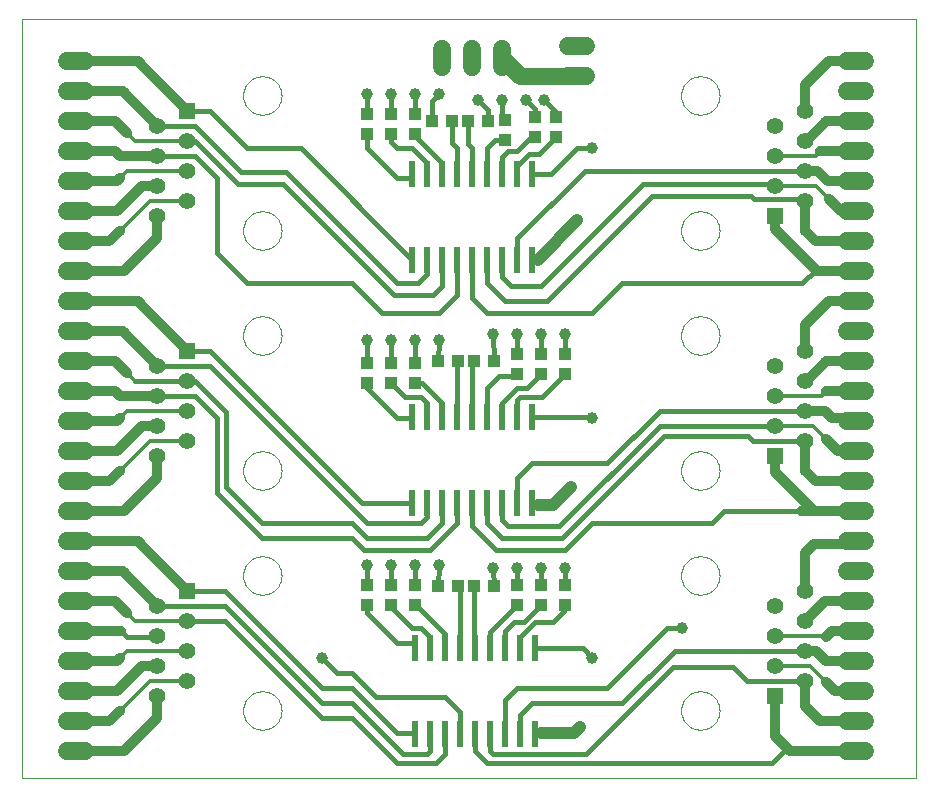
<source format=gtl>
G75*
%MOIN*%
%OFA0B0*%
%FSLAX24Y24*%
%IPPOS*%
%LPD*%
%AMOC8*
5,1,8,0,0,1.08239X$1,22.5*
%
%ADD10C,0.0000*%
%ADD11C,0.0554*%
%ADD12R,0.0554X0.0554*%
%ADD13C,0.0600*%
%ADD14R,0.0236X0.0866*%
%ADD15R,0.0433X0.0394*%
%ADD16R,0.0394X0.0433*%
%ADD17C,0.0320*%
%ADD18C,0.0120*%
%ADD19C,0.0160*%
%ADD20C,0.0396*%
%ADD21C,0.0400*%
%ADD22C,0.0240*%
%ADD23C,0.0560*%
D10*
X000160Y000283D02*
X000160Y025583D01*
X029960Y025583D01*
X029960Y000283D01*
X000160Y000283D01*
X007520Y002533D02*
X007522Y002583D01*
X007528Y002633D01*
X007538Y002682D01*
X007551Y002731D01*
X007569Y002778D01*
X007590Y002824D01*
X007614Y002867D01*
X007642Y002909D01*
X007673Y002949D01*
X007707Y002986D01*
X007744Y003020D01*
X007784Y003051D01*
X007826Y003079D01*
X007869Y003103D01*
X007915Y003124D01*
X007962Y003142D01*
X008011Y003155D01*
X008060Y003165D01*
X008110Y003171D01*
X008160Y003173D01*
X008210Y003171D01*
X008260Y003165D01*
X008309Y003155D01*
X008358Y003142D01*
X008405Y003124D01*
X008451Y003103D01*
X008494Y003079D01*
X008536Y003051D01*
X008576Y003020D01*
X008613Y002986D01*
X008647Y002949D01*
X008678Y002909D01*
X008706Y002867D01*
X008730Y002824D01*
X008751Y002778D01*
X008769Y002731D01*
X008782Y002682D01*
X008792Y002633D01*
X008798Y002583D01*
X008800Y002533D01*
X008798Y002483D01*
X008792Y002433D01*
X008782Y002384D01*
X008769Y002335D01*
X008751Y002288D01*
X008730Y002242D01*
X008706Y002199D01*
X008678Y002157D01*
X008647Y002117D01*
X008613Y002080D01*
X008576Y002046D01*
X008536Y002015D01*
X008494Y001987D01*
X008451Y001963D01*
X008405Y001942D01*
X008358Y001924D01*
X008309Y001911D01*
X008260Y001901D01*
X008210Y001895D01*
X008160Y001893D01*
X008110Y001895D01*
X008060Y001901D01*
X008011Y001911D01*
X007962Y001924D01*
X007915Y001942D01*
X007869Y001963D01*
X007826Y001987D01*
X007784Y002015D01*
X007744Y002046D01*
X007707Y002080D01*
X007673Y002117D01*
X007642Y002157D01*
X007614Y002199D01*
X007590Y002242D01*
X007569Y002288D01*
X007551Y002335D01*
X007538Y002384D01*
X007528Y002433D01*
X007522Y002483D01*
X007520Y002533D01*
X007520Y007033D02*
X007522Y007083D01*
X007528Y007133D01*
X007538Y007182D01*
X007551Y007231D01*
X007569Y007278D01*
X007590Y007324D01*
X007614Y007367D01*
X007642Y007409D01*
X007673Y007449D01*
X007707Y007486D01*
X007744Y007520D01*
X007784Y007551D01*
X007826Y007579D01*
X007869Y007603D01*
X007915Y007624D01*
X007962Y007642D01*
X008011Y007655D01*
X008060Y007665D01*
X008110Y007671D01*
X008160Y007673D01*
X008210Y007671D01*
X008260Y007665D01*
X008309Y007655D01*
X008358Y007642D01*
X008405Y007624D01*
X008451Y007603D01*
X008494Y007579D01*
X008536Y007551D01*
X008576Y007520D01*
X008613Y007486D01*
X008647Y007449D01*
X008678Y007409D01*
X008706Y007367D01*
X008730Y007324D01*
X008751Y007278D01*
X008769Y007231D01*
X008782Y007182D01*
X008792Y007133D01*
X008798Y007083D01*
X008800Y007033D01*
X008798Y006983D01*
X008792Y006933D01*
X008782Y006884D01*
X008769Y006835D01*
X008751Y006788D01*
X008730Y006742D01*
X008706Y006699D01*
X008678Y006657D01*
X008647Y006617D01*
X008613Y006580D01*
X008576Y006546D01*
X008536Y006515D01*
X008494Y006487D01*
X008451Y006463D01*
X008405Y006442D01*
X008358Y006424D01*
X008309Y006411D01*
X008260Y006401D01*
X008210Y006395D01*
X008160Y006393D01*
X008110Y006395D01*
X008060Y006401D01*
X008011Y006411D01*
X007962Y006424D01*
X007915Y006442D01*
X007869Y006463D01*
X007826Y006487D01*
X007784Y006515D01*
X007744Y006546D01*
X007707Y006580D01*
X007673Y006617D01*
X007642Y006657D01*
X007614Y006699D01*
X007590Y006742D01*
X007569Y006788D01*
X007551Y006835D01*
X007538Y006884D01*
X007528Y006933D01*
X007522Y006983D01*
X007520Y007033D01*
X007520Y010533D02*
X007522Y010583D01*
X007528Y010633D01*
X007538Y010682D01*
X007551Y010731D01*
X007569Y010778D01*
X007590Y010824D01*
X007614Y010867D01*
X007642Y010909D01*
X007673Y010949D01*
X007707Y010986D01*
X007744Y011020D01*
X007784Y011051D01*
X007826Y011079D01*
X007869Y011103D01*
X007915Y011124D01*
X007962Y011142D01*
X008011Y011155D01*
X008060Y011165D01*
X008110Y011171D01*
X008160Y011173D01*
X008210Y011171D01*
X008260Y011165D01*
X008309Y011155D01*
X008358Y011142D01*
X008405Y011124D01*
X008451Y011103D01*
X008494Y011079D01*
X008536Y011051D01*
X008576Y011020D01*
X008613Y010986D01*
X008647Y010949D01*
X008678Y010909D01*
X008706Y010867D01*
X008730Y010824D01*
X008751Y010778D01*
X008769Y010731D01*
X008782Y010682D01*
X008792Y010633D01*
X008798Y010583D01*
X008800Y010533D01*
X008798Y010483D01*
X008792Y010433D01*
X008782Y010384D01*
X008769Y010335D01*
X008751Y010288D01*
X008730Y010242D01*
X008706Y010199D01*
X008678Y010157D01*
X008647Y010117D01*
X008613Y010080D01*
X008576Y010046D01*
X008536Y010015D01*
X008494Y009987D01*
X008451Y009963D01*
X008405Y009942D01*
X008358Y009924D01*
X008309Y009911D01*
X008260Y009901D01*
X008210Y009895D01*
X008160Y009893D01*
X008110Y009895D01*
X008060Y009901D01*
X008011Y009911D01*
X007962Y009924D01*
X007915Y009942D01*
X007869Y009963D01*
X007826Y009987D01*
X007784Y010015D01*
X007744Y010046D01*
X007707Y010080D01*
X007673Y010117D01*
X007642Y010157D01*
X007614Y010199D01*
X007590Y010242D01*
X007569Y010288D01*
X007551Y010335D01*
X007538Y010384D01*
X007528Y010433D01*
X007522Y010483D01*
X007520Y010533D01*
X007520Y015033D02*
X007522Y015083D01*
X007528Y015133D01*
X007538Y015182D01*
X007551Y015231D01*
X007569Y015278D01*
X007590Y015324D01*
X007614Y015367D01*
X007642Y015409D01*
X007673Y015449D01*
X007707Y015486D01*
X007744Y015520D01*
X007784Y015551D01*
X007826Y015579D01*
X007869Y015603D01*
X007915Y015624D01*
X007962Y015642D01*
X008011Y015655D01*
X008060Y015665D01*
X008110Y015671D01*
X008160Y015673D01*
X008210Y015671D01*
X008260Y015665D01*
X008309Y015655D01*
X008358Y015642D01*
X008405Y015624D01*
X008451Y015603D01*
X008494Y015579D01*
X008536Y015551D01*
X008576Y015520D01*
X008613Y015486D01*
X008647Y015449D01*
X008678Y015409D01*
X008706Y015367D01*
X008730Y015324D01*
X008751Y015278D01*
X008769Y015231D01*
X008782Y015182D01*
X008792Y015133D01*
X008798Y015083D01*
X008800Y015033D01*
X008798Y014983D01*
X008792Y014933D01*
X008782Y014884D01*
X008769Y014835D01*
X008751Y014788D01*
X008730Y014742D01*
X008706Y014699D01*
X008678Y014657D01*
X008647Y014617D01*
X008613Y014580D01*
X008576Y014546D01*
X008536Y014515D01*
X008494Y014487D01*
X008451Y014463D01*
X008405Y014442D01*
X008358Y014424D01*
X008309Y014411D01*
X008260Y014401D01*
X008210Y014395D01*
X008160Y014393D01*
X008110Y014395D01*
X008060Y014401D01*
X008011Y014411D01*
X007962Y014424D01*
X007915Y014442D01*
X007869Y014463D01*
X007826Y014487D01*
X007784Y014515D01*
X007744Y014546D01*
X007707Y014580D01*
X007673Y014617D01*
X007642Y014657D01*
X007614Y014699D01*
X007590Y014742D01*
X007569Y014788D01*
X007551Y014835D01*
X007538Y014884D01*
X007528Y014933D01*
X007522Y014983D01*
X007520Y015033D01*
X007520Y018533D02*
X007522Y018583D01*
X007528Y018633D01*
X007538Y018682D01*
X007551Y018731D01*
X007569Y018778D01*
X007590Y018824D01*
X007614Y018867D01*
X007642Y018909D01*
X007673Y018949D01*
X007707Y018986D01*
X007744Y019020D01*
X007784Y019051D01*
X007826Y019079D01*
X007869Y019103D01*
X007915Y019124D01*
X007962Y019142D01*
X008011Y019155D01*
X008060Y019165D01*
X008110Y019171D01*
X008160Y019173D01*
X008210Y019171D01*
X008260Y019165D01*
X008309Y019155D01*
X008358Y019142D01*
X008405Y019124D01*
X008451Y019103D01*
X008494Y019079D01*
X008536Y019051D01*
X008576Y019020D01*
X008613Y018986D01*
X008647Y018949D01*
X008678Y018909D01*
X008706Y018867D01*
X008730Y018824D01*
X008751Y018778D01*
X008769Y018731D01*
X008782Y018682D01*
X008792Y018633D01*
X008798Y018583D01*
X008800Y018533D01*
X008798Y018483D01*
X008792Y018433D01*
X008782Y018384D01*
X008769Y018335D01*
X008751Y018288D01*
X008730Y018242D01*
X008706Y018199D01*
X008678Y018157D01*
X008647Y018117D01*
X008613Y018080D01*
X008576Y018046D01*
X008536Y018015D01*
X008494Y017987D01*
X008451Y017963D01*
X008405Y017942D01*
X008358Y017924D01*
X008309Y017911D01*
X008260Y017901D01*
X008210Y017895D01*
X008160Y017893D01*
X008110Y017895D01*
X008060Y017901D01*
X008011Y017911D01*
X007962Y017924D01*
X007915Y017942D01*
X007869Y017963D01*
X007826Y017987D01*
X007784Y018015D01*
X007744Y018046D01*
X007707Y018080D01*
X007673Y018117D01*
X007642Y018157D01*
X007614Y018199D01*
X007590Y018242D01*
X007569Y018288D01*
X007551Y018335D01*
X007538Y018384D01*
X007528Y018433D01*
X007522Y018483D01*
X007520Y018533D01*
X007520Y023033D02*
X007522Y023083D01*
X007528Y023133D01*
X007538Y023182D01*
X007551Y023231D01*
X007569Y023278D01*
X007590Y023324D01*
X007614Y023367D01*
X007642Y023409D01*
X007673Y023449D01*
X007707Y023486D01*
X007744Y023520D01*
X007784Y023551D01*
X007826Y023579D01*
X007869Y023603D01*
X007915Y023624D01*
X007962Y023642D01*
X008011Y023655D01*
X008060Y023665D01*
X008110Y023671D01*
X008160Y023673D01*
X008210Y023671D01*
X008260Y023665D01*
X008309Y023655D01*
X008358Y023642D01*
X008405Y023624D01*
X008451Y023603D01*
X008494Y023579D01*
X008536Y023551D01*
X008576Y023520D01*
X008613Y023486D01*
X008647Y023449D01*
X008678Y023409D01*
X008706Y023367D01*
X008730Y023324D01*
X008751Y023278D01*
X008769Y023231D01*
X008782Y023182D01*
X008792Y023133D01*
X008798Y023083D01*
X008800Y023033D01*
X008798Y022983D01*
X008792Y022933D01*
X008782Y022884D01*
X008769Y022835D01*
X008751Y022788D01*
X008730Y022742D01*
X008706Y022699D01*
X008678Y022657D01*
X008647Y022617D01*
X008613Y022580D01*
X008576Y022546D01*
X008536Y022515D01*
X008494Y022487D01*
X008451Y022463D01*
X008405Y022442D01*
X008358Y022424D01*
X008309Y022411D01*
X008260Y022401D01*
X008210Y022395D01*
X008160Y022393D01*
X008110Y022395D01*
X008060Y022401D01*
X008011Y022411D01*
X007962Y022424D01*
X007915Y022442D01*
X007869Y022463D01*
X007826Y022487D01*
X007784Y022515D01*
X007744Y022546D01*
X007707Y022580D01*
X007673Y022617D01*
X007642Y022657D01*
X007614Y022699D01*
X007590Y022742D01*
X007569Y022788D01*
X007551Y022835D01*
X007538Y022884D01*
X007528Y022933D01*
X007522Y022983D01*
X007520Y023033D01*
X022120Y023033D02*
X022122Y023083D01*
X022128Y023133D01*
X022138Y023182D01*
X022151Y023231D01*
X022169Y023278D01*
X022190Y023324D01*
X022214Y023367D01*
X022242Y023409D01*
X022273Y023449D01*
X022307Y023486D01*
X022344Y023520D01*
X022384Y023551D01*
X022426Y023579D01*
X022469Y023603D01*
X022515Y023624D01*
X022562Y023642D01*
X022611Y023655D01*
X022660Y023665D01*
X022710Y023671D01*
X022760Y023673D01*
X022810Y023671D01*
X022860Y023665D01*
X022909Y023655D01*
X022958Y023642D01*
X023005Y023624D01*
X023051Y023603D01*
X023094Y023579D01*
X023136Y023551D01*
X023176Y023520D01*
X023213Y023486D01*
X023247Y023449D01*
X023278Y023409D01*
X023306Y023367D01*
X023330Y023324D01*
X023351Y023278D01*
X023369Y023231D01*
X023382Y023182D01*
X023392Y023133D01*
X023398Y023083D01*
X023400Y023033D01*
X023398Y022983D01*
X023392Y022933D01*
X023382Y022884D01*
X023369Y022835D01*
X023351Y022788D01*
X023330Y022742D01*
X023306Y022699D01*
X023278Y022657D01*
X023247Y022617D01*
X023213Y022580D01*
X023176Y022546D01*
X023136Y022515D01*
X023094Y022487D01*
X023051Y022463D01*
X023005Y022442D01*
X022958Y022424D01*
X022909Y022411D01*
X022860Y022401D01*
X022810Y022395D01*
X022760Y022393D01*
X022710Y022395D01*
X022660Y022401D01*
X022611Y022411D01*
X022562Y022424D01*
X022515Y022442D01*
X022469Y022463D01*
X022426Y022487D01*
X022384Y022515D01*
X022344Y022546D01*
X022307Y022580D01*
X022273Y022617D01*
X022242Y022657D01*
X022214Y022699D01*
X022190Y022742D01*
X022169Y022788D01*
X022151Y022835D01*
X022138Y022884D01*
X022128Y022933D01*
X022122Y022983D01*
X022120Y023033D01*
X022120Y018533D02*
X022122Y018583D01*
X022128Y018633D01*
X022138Y018682D01*
X022151Y018731D01*
X022169Y018778D01*
X022190Y018824D01*
X022214Y018867D01*
X022242Y018909D01*
X022273Y018949D01*
X022307Y018986D01*
X022344Y019020D01*
X022384Y019051D01*
X022426Y019079D01*
X022469Y019103D01*
X022515Y019124D01*
X022562Y019142D01*
X022611Y019155D01*
X022660Y019165D01*
X022710Y019171D01*
X022760Y019173D01*
X022810Y019171D01*
X022860Y019165D01*
X022909Y019155D01*
X022958Y019142D01*
X023005Y019124D01*
X023051Y019103D01*
X023094Y019079D01*
X023136Y019051D01*
X023176Y019020D01*
X023213Y018986D01*
X023247Y018949D01*
X023278Y018909D01*
X023306Y018867D01*
X023330Y018824D01*
X023351Y018778D01*
X023369Y018731D01*
X023382Y018682D01*
X023392Y018633D01*
X023398Y018583D01*
X023400Y018533D01*
X023398Y018483D01*
X023392Y018433D01*
X023382Y018384D01*
X023369Y018335D01*
X023351Y018288D01*
X023330Y018242D01*
X023306Y018199D01*
X023278Y018157D01*
X023247Y018117D01*
X023213Y018080D01*
X023176Y018046D01*
X023136Y018015D01*
X023094Y017987D01*
X023051Y017963D01*
X023005Y017942D01*
X022958Y017924D01*
X022909Y017911D01*
X022860Y017901D01*
X022810Y017895D01*
X022760Y017893D01*
X022710Y017895D01*
X022660Y017901D01*
X022611Y017911D01*
X022562Y017924D01*
X022515Y017942D01*
X022469Y017963D01*
X022426Y017987D01*
X022384Y018015D01*
X022344Y018046D01*
X022307Y018080D01*
X022273Y018117D01*
X022242Y018157D01*
X022214Y018199D01*
X022190Y018242D01*
X022169Y018288D01*
X022151Y018335D01*
X022138Y018384D01*
X022128Y018433D01*
X022122Y018483D01*
X022120Y018533D01*
X022120Y015033D02*
X022122Y015083D01*
X022128Y015133D01*
X022138Y015182D01*
X022151Y015231D01*
X022169Y015278D01*
X022190Y015324D01*
X022214Y015367D01*
X022242Y015409D01*
X022273Y015449D01*
X022307Y015486D01*
X022344Y015520D01*
X022384Y015551D01*
X022426Y015579D01*
X022469Y015603D01*
X022515Y015624D01*
X022562Y015642D01*
X022611Y015655D01*
X022660Y015665D01*
X022710Y015671D01*
X022760Y015673D01*
X022810Y015671D01*
X022860Y015665D01*
X022909Y015655D01*
X022958Y015642D01*
X023005Y015624D01*
X023051Y015603D01*
X023094Y015579D01*
X023136Y015551D01*
X023176Y015520D01*
X023213Y015486D01*
X023247Y015449D01*
X023278Y015409D01*
X023306Y015367D01*
X023330Y015324D01*
X023351Y015278D01*
X023369Y015231D01*
X023382Y015182D01*
X023392Y015133D01*
X023398Y015083D01*
X023400Y015033D01*
X023398Y014983D01*
X023392Y014933D01*
X023382Y014884D01*
X023369Y014835D01*
X023351Y014788D01*
X023330Y014742D01*
X023306Y014699D01*
X023278Y014657D01*
X023247Y014617D01*
X023213Y014580D01*
X023176Y014546D01*
X023136Y014515D01*
X023094Y014487D01*
X023051Y014463D01*
X023005Y014442D01*
X022958Y014424D01*
X022909Y014411D01*
X022860Y014401D01*
X022810Y014395D01*
X022760Y014393D01*
X022710Y014395D01*
X022660Y014401D01*
X022611Y014411D01*
X022562Y014424D01*
X022515Y014442D01*
X022469Y014463D01*
X022426Y014487D01*
X022384Y014515D01*
X022344Y014546D01*
X022307Y014580D01*
X022273Y014617D01*
X022242Y014657D01*
X022214Y014699D01*
X022190Y014742D01*
X022169Y014788D01*
X022151Y014835D01*
X022138Y014884D01*
X022128Y014933D01*
X022122Y014983D01*
X022120Y015033D01*
X022120Y010533D02*
X022122Y010583D01*
X022128Y010633D01*
X022138Y010682D01*
X022151Y010731D01*
X022169Y010778D01*
X022190Y010824D01*
X022214Y010867D01*
X022242Y010909D01*
X022273Y010949D01*
X022307Y010986D01*
X022344Y011020D01*
X022384Y011051D01*
X022426Y011079D01*
X022469Y011103D01*
X022515Y011124D01*
X022562Y011142D01*
X022611Y011155D01*
X022660Y011165D01*
X022710Y011171D01*
X022760Y011173D01*
X022810Y011171D01*
X022860Y011165D01*
X022909Y011155D01*
X022958Y011142D01*
X023005Y011124D01*
X023051Y011103D01*
X023094Y011079D01*
X023136Y011051D01*
X023176Y011020D01*
X023213Y010986D01*
X023247Y010949D01*
X023278Y010909D01*
X023306Y010867D01*
X023330Y010824D01*
X023351Y010778D01*
X023369Y010731D01*
X023382Y010682D01*
X023392Y010633D01*
X023398Y010583D01*
X023400Y010533D01*
X023398Y010483D01*
X023392Y010433D01*
X023382Y010384D01*
X023369Y010335D01*
X023351Y010288D01*
X023330Y010242D01*
X023306Y010199D01*
X023278Y010157D01*
X023247Y010117D01*
X023213Y010080D01*
X023176Y010046D01*
X023136Y010015D01*
X023094Y009987D01*
X023051Y009963D01*
X023005Y009942D01*
X022958Y009924D01*
X022909Y009911D01*
X022860Y009901D01*
X022810Y009895D01*
X022760Y009893D01*
X022710Y009895D01*
X022660Y009901D01*
X022611Y009911D01*
X022562Y009924D01*
X022515Y009942D01*
X022469Y009963D01*
X022426Y009987D01*
X022384Y010015D01*
X022344Y010046D01*
X022307Y010080D01*
X022273Y010117D01*
X022242Y010157D01*
X022214Y010199D01*
X022190Y010242D01*
X022169Y010288D01*
X022151Y010335D01*
X022138Y010384D01*
X022128Y010433D01*
X022122Y010483D01*
X022120Y010533D01*
X022120Y007033D02*
X022122Y007083D01*
X022128Y007133D01*
X022138Y007182D01*
X022151Y007231D01*
X022169Y007278D01*
X022190Y007324D01*
X022214Y007367D01*
X022242Y007409D01*
X022273Y007449D01*
X022307Y007486D01*
X022344Y007520D01*
X022384Y007551D01*
X022426Y007579D01*
X022469Y007603D01*
X022515Y007624D01*
X022562Y007642D01*
X022611Y007655D01*
X022660Y007665D01*
X022710Y007671D01*
X022760Y007673D01*
X022810Y007671D01*
X022860Y007665D01*
X022909Y007655D01*
X022958Y007642D01*
X023005Y007624D01*
X023051Y007603D01*
X023094Y007579D01*
X023136Y007551D01*
X023176Y007520D01*
X023213Y007486D01*
X023247Y007449D01*
X023278Y007409D01*
X023306Y007367D01*
X023330Y007324D01*
X023351Y007278D01*
X023369Y007231D01*
X023382Y007182D01*
X023392Y007133D01*
X023398Y007083D01*
X023400Y007033D01*
X023398Y006983D01*
X023392Y006933D01*
X023382Y006884D01*
X023369Y006835D01*
X023351Y006788D01*
X023330Y006742D01*
X023306Y006699D01*
X023278Y006657D01*
X023247Y006617D01*
X023213Y006580D01*
X023176Y006546D01*
X023136Y006515D01*
X023094Y006487D01*
X023051Y006463D01*
X023005Y006442D01*
X022958Y006424D01*
X022909Y006411D01*
X022860Y006401D01*
X022810Y006395D01*
X022760Y006393D01*
X022710Y006395D01*
X022660Y006401D01*
X022611Y006411D01*
X022562Y006424D01*
X022515Y006442D01*
X022469Y006463D01*
X022426Y006487D01*
X022384Y006515D01*
X022344Y006546D01*
X022307Y006580D01*
X022273Y006617D01*
X022242Y006657D01*
X022214Y006699D01*
X022190Y006742D01*
X022169Y006788D01*
X022151Y006835D01*
X022138Y006884D01*
X022128Y006933D01*
X022122Y006983D01*
X022120Y007033D01*
X022120Y002533D02*
X022122Y002583D01*
X022128Y002633D01*
X022138Y002682D01*
X022151Y002731D01*
X022169Y002778D01*
X022190Y002824D01*
X022214Y002867D01*
X022242Y002909D01*
X022273Y002949D01*
X022307Y002986D01*
X022344Y003020D01*
X022384Y003051D01*
X022426Y003079D01*
X022469Y003103D01*
X022515Y003124D01*
X022562Y003142D01*
X022611Y003155D01*
X022660Y003165D01*
X022710Y003171D01*
X022760Y003173D01*
X022810Y003171D01*
X022860Y003165D01*
X022909Y003155D01*
X022958Y003142D01*
X023005Y003124D01*
X023051Y003103D01*
X023094Y003079D01*
X023136Y003051D01*
X023176Y003020D01*
X023213Y002986D01*
X023247Y002949D01*
X023278Y002909D01*
X023306Y002867D01*
X023330Y002824D01*
X023351Y002778D01*
X023369Y002731D01*
X023382Y002682D01*
X023392Y002633D01*
X023398Y002583D01*
X023400Y002533D01*
X023398Y002483D01*
X023392Y002433D01*
X023382Y002384D01*
X023369Y002335D01*
X023351Y002288D01*
X023330Y002242D01*
X023306Y002199D01*
X023278Y002157D01*
X023247Y002117D01*
X023213Y002080D01*
X023176Y002046D01*
X023136Y002015D01*
X023094Y001987D01*
X023051Y001963D01*
X023005Y001942D01*
X022958Y001924D01*
X022909Y001911D01*
X022860Y001901D01*
X022810Y001895D01*
X022760Y001893D01*
X022710Y001895D01*
X022660Y001901D01*
X022611Y001911D01*
X022562Y001924D01*
X022515Y001942D01*
X022469Y001963D01*
X022426Y001987D01*
X022384Y002015D01*
X022344Y002046D01*
X022307Y002080D01*
X022273Y002117D01*
X022242Y002157D01*
X022214Y002199D01*
X022190Y002242D01*
X022169Y002288D01*
X022151Y002335D01*
X022138Y002384D01*
X022128Y002433D01*
X022122Y002483D01*
X022120Y002533D01*
D11*
X025260Y004033D03*
X026260Y003533D03*
X026260Y004533D03*
X025260Y005033D03*
X026260Y005533D03*
X025260Y006033D03*
X026260Y006533D03*
X026260Y011533D03*
X025260Y012033D03*
X026260Y012533D03*
X025260Y013033D03*
X026260Y013533D03*
X025260Y014033D03*
X026260Y014533D03*
X026260Y019533D03*
X025260Y020033D03*
X026260Y020533D03*
X025260Y021033D03*
X025260Y022033D03*
X026260Y021533D03*
X026260Y022533D03*
X005660Y021533D03*
X004660Y021033D03*
X004660Y022033D03*
X005660Y020533D03*
X004660Y020033D03*
X005660Y019533D03*
X004660Y019033D03*
X004660Y014033D03*
X005660Y013533D03*
X004660Y013033D03*
X005660Y012533D03*
X004660Y012033D03*
X005660Y011533D03*
X004660Y011033D03*
X004660Y006033D03*
X005660Y005533D03*
X004660Y005033D03*
X005660Y004533D03*
X004660Y004033D03*
X005660Y003533D03*
X004660Y003033D03*
D12*
X005660Y006533D03*
X005660Y014533D03*
X005660Y022533D03*
X025260Y019033D03*
X025260Y011033D03*
X025260Y003033D03*
D13*
X027660Y003183D02*
X028260Y003183D01*
X028260Y002183D02*
X027660Y002183D01*
X027660Y001183D02*
X028260Y001183D01*
X028260Y004183D02*
X027660Y004183D01*
X027660Y005183D02*
X028260Y005183D01*
X028260Y006183D02*
X027660Y006183D01*
X027660Y007183D02*
X028260Y007183D01*
X028260Y008183D02*
X027660Y008183D01*
X027660Y009183D02*
X028260Y009183D01*
X028260Y010183D02*
X027660Y010183D01*
X027660Y011183D02*
X028260Y011183D01*
X028260Y012183D02*
X027660Y012183D01*
X027660Y013183D02*
X028260Y013183D01*
X028260Y014183D02*
X027660Y014183D01*
X027660Y015183D02*
X028260Y015183D01*
X028260Y016183D02*
X027660Y016183D01*
X027660Y017183D02*
X028260Y017183D01*
X028260Y018183D02*
X027660Y018183D01*
X027660Y019183D02*
X028260Y019183D01*
X028260Y020183D02*
X027660Y020183D01*
X027660Y021183D02*
X028260Y021183D01*
X028260Y022183D02*
X027660Y022183D01*
X027660Y023183D02*
X028260Y023183D01*
X028260Y024183D02*
X027660Y024183D01*
X018960Y023683D02*
X018360Y023683D01*
X018360Y024683D02*
X018960Y024683D01*
X016160Y024583D02*
X016160Y023983D01*
X015160Y023983D02*
X015160Y024583D01*
X014160Y024583D02*
X014160Y023983D01*
X002260Y024183D02*
X001660Y024183D01*
X001660Y023183D02*
X002260Y023183D01*
X002260Y022183D02*
X001660Y022183D01*
X001660Y021183D02*
X002260Y021183D01*
X002260Y020183D02*
X001660Y020183D01*
X001660Y019183D02*
X002260Y019183D01*
X002260Y018183D02*
X001660Y018183D01*
X001660Y017183D02*
X002260Y017183D01*
X002260Y016183D02*
X001660Y016183D01*
X001660Y015183D02*
X002260Y015183D01*
X002260Y014183D02*
X001660Y014183D01*
X001660Y013183D02*
X002260Y013183D01*
X002260Y012183D02*
X001660Y012183D01*
X001660Y011183D02*
X002260Y011183D01*
X002260Y010183D02*
X001660Y010183D01*
X001660Y009183D02*
X002260Y009183D01*
X002260Y008183D02*
X001660Y008183D01*
X001660Y007183D02*
X002260Y007183D01*
X002260Y006183D02*
X001660Y006183D01*
X001660Y005183D02*
X002260Y005183D01*
X002260Y004183D02*
X001660Y004183D01*
X001660Y003183D02*
X002260Y003183D01*
X002260Y002183D02*
X001660Y002183D01*
X001660Y001183D02*
X002260Y001183D01*
D14*
X013260Y001766D03*
X013760Y001766D03*
X014260Y001766D03*
X014760Y001766D03*
X015260Y001766D03*
X015760Y001766D03*
X016260Y001766D03*
X016760Y001766D03*
X017260Y001766D03*
X017260Y004601D03*
X016760Y004601D03*
X016260Y004601D03*
X015760Y004601D03*
X015260Y004601D03*
X014760Y004601D03*
X014260Y004601D03*
X013760Y004601D03*
X013260Y004601D03*
X013160Y009466D03*
X013660Y009466D03*
X014160Y009466D03*
X014660Y009466D03*
X015160Y009466D03*
X015660Y009466D03*
X016160Y009466D03*
X016660Y009466D03*
X017160Y009466D03*
X017160Y012301D03*
X016660Y012301D03*
X016160Y012301D03*
X015660Y012301D03*
X015160Y012301D03*
X014660Y012301D03*
X014160Y012301D03*
X013660Y012301D03*
X013160Y012301D03*
X013160Y017566D03*
X013660Y017566D03*
X014160Y017566D03*
X014660Y017566D03*
X015160Y017566D03*
X015660Y017566D03*
X016160Y017566D03*
X016660Y017566D03*
X017160Y017566D03*
X017160Y020401D03*
X016660Y020401D03*
X016160Y020401D03*
X015660Y020401D03*
X015160Y020401D03*
X014660Y020401D03*
X014160Y020401D03*
X013660Y020401D03*
X013160Y020401D03*
D15*
X013260Y021749D03*
X012460Y021749D03*
X012460Y022418D03*
X013260Y022418D03*
X011660Y022418D03*
X011660Y021749D03*
X016260Y021549D03*
X016260Y022218D03*
X017260Y022318D03*
X017260Y021649D03*
X017960Y021649D03*
X017960Y022318D03*
X018260Y014418D03*
X018260Y013749D03*
X017460Y013749D03*
X017460Y014418D03*
X016660Y014418D03*
X016660Y013749D03*
X013260Y013449D03*
X012460Y013449D03*
X012460Y014118D03*
X013260Y014118D03*
X011660Y014118D03*
X011660Y013449D03*
X011660Y006718D03*
X011660Y006049D03*
X012460Y006049D03*
X012460Y006718D03*
X013260Y006718D03*
X013260Y006049D03*
X016660Y006049D03*
X016660Y006718D03*
X017460Y006718D03*
X017460Y006049D03*
X018260Y006049D03*
X018260Y006718D03*
D16*
X015895Y006683D03*
X015225Y006683D03*
X014695Y006683D03*
X014025Y006683D03*
X014025Y014183D03*
X014695Y014183D03*
X015225Y014183D03*
X015895Y014183D03*
X015695Y022183D03*
X015025Y022183D03*
X014495Y022183D03*
X013825Y022183D03*
D17*
X005660Y022533D02*
X004010Y024183D01*
X001960Y024183D01*
X001960Y023183D02*
X003510Y023183D01*
X004660Y022033D01*
X004660Y021033D02*
X003410Y021033D01*
X003260Y021183D01*
X001960Y021183D01*
X001960Y020183D02*
X003310Y020183D01*
X003410Y020283D01*
X004160Y020033D02*
X004660Y020033D01*
X004160Y020033D02*
X003310Y019183D01*
X001960Y019183D01*
X001960Y018183D02*
X003060Y018183D01*
X003410Y018533D01*
X004660Y018283D02*
X004660Y019033D01*
X004660Y018283D02*
X003560Y017183D01*
X001960Y017183D01*
X001960Y016183D02*
X004010Y016183D01*
X005660Y014533D01*
X004660Y014033D02*
X003510Y015183D01*
X001960Y015183D01*
X001960Y014183D02*
X003260Y014183D01*
X003660Y013783D01*
X003260Y013183D02*
X003410Y013033D01*
X004660Y013033D01*
X004660Y012033D02*
X004160Y012033D01*
X003310Y011183D01*
X001960Y011183D01*
X001960Y012183D02*
X003310Y012183D01*
X003410Y012283D01*
X003260Y013183D02*
X001960Y013183D01*
X004660Y011033D02*
X004660Y010283D01*
X003560Y009183D01*
X001960Y009183D01*
X001960Y008183D02*
X004010Y008183D01*
X005660Y006533D01*
X004660Y006033D02*
X003510Y007183D01*
X001960Y007183D01*
X001960Y006183D02*
X003260Y006183D01*
X003660Y005783D01*
X003460Y005183D02*
X001960Y005183D01*
X001960Y004183D02*
X003310Y004183D01*
X003410Y004283D01*
X004160Y004033D02*
X004660Y004033D01*
X004160Y004033D02*
X003310Y003183D01*
X001960Y003183D01*
X001960Y002183D02*
X003060Y002183D01*
X003410Y002533D01*
X004660Y002283D02*
X004660Y003033D01*
X004660Y002283D02*
X003560Y001183D01*
X001960Y001183D01*
X001960Y010183D02*
X003060Y010183D01*
X003410Y010533D01*
X003660Y021783D02*
X003260Y022183D01*
X001960Y022183D01*
X025260Y019033D02*
X025260Y018583D01*
X026610Y017233D01*
X026660Y017183D01*
X027960Y017183D01*
X027960Y016183D02*
X027060Y016183D01*
X026260Y015383D01*
X026260Y014533D01*
X026960Y014183D02*
X027960Y014183D01*
X027960Y013183D02*
X026960Y013183D01*
X026910Y012533D02*
X026260Y012533D01*
X026910Y012533D02*
X027160Y012283D01*
X027860Y012283D01*
X027960Y012183D01*
X027960Y011183D02*
X027360Y011183D01*
X026960Y011583D01*
X026260Y011533D02*
X026260Y010533D01*
X026610Y010183D01*
X027960Y010183D01*
X027960Y009183D02*
X026660Y009183D01*
X026560Y009183D01*
X025260Y010483D01*
X025260Y011033D01*
X026110Y009183D02*
X026560Y009183D01*
X026560Y008083D02*
X027860Y008083D01*
X027960Y008183D01*
X026560Y008083D02*
X026260Y007783D01*
X026260Y006533D01*
X026910Y006183D02*
X026260Y005533D01*
X026960Y004983D02*
X027160Y005183D01*
X027960Y005183D01*
X027960Y004183D02*
X026960Y004183D01*
X026610Y004533D01*
X026260Y004533D01*
X026260Y003533D02*
X026260Y002683D01*
X026760Y002183D01*
X027960Y002183D01*
X027960Y001183D02*
X025760Y001183D01*
X025660Y001283D01*
X025260Y001683D01*
X025260Y003033D01*
X026960Y003483D02*
X027260Y003183D01*
X027960Y003183D01*
X027960Y006183D02*
X026910Y006183D01*
X026310Y013533D02*
X026960Y014183D01*
X026310Y013533D02*
X026260Y013533D01*
X026610Y018183D02*
X026260Y018533D01*
X026260Y019533D01*
X027060Y019583D02*
X027460Y019183D01*
X027960Y019183D01*
X027960Y018183D02*
X026610Y018183D01*
X027010Y020183D02*
X026660Y020533D01*
X026260Y020533D01*
X026760Y021183D02*
X027960Y021183D01*
X027960Y020183D02*
X027010Y020183D01*
X026310Y021533D02*
X026960Y022183D01*
X027960Y022183D01*
X026260Y022533D02*
X026260Y023383D01*
X027060Y024183D01*
X027960Y024183D01*
X026310Y021533D02*
X026260Y021533D01*
D18*
X026610Y021033D02*
X026760Y021183D01*
X026610Y021033D02*
X025260Y021033D01*
X025260Y020033D02*
X026610Y020033D01*
X027060Y019583D01*
X026960Y013183D02*
X026810Y013033D01*
X025260Y013033D01*
X025260Y012033D02*
X026510Y012033D01*
X026960Y011583D01*
X026910Y005033D02*
X025260Y005033D01*
X025260Y004033D02*
X026410Y004033D01*
X026960Y003483D01*
X026960Y004983D02*
X026910Y005033D01*
X005660Y004533D02*
X003660Y004533D01*
X003410Y004283D01*
X004410Y003533D02*
X005660Y003533D01*
X004410Y003533D02*
X003410Y002533D01*
X003910Y005533D02*
X005660Y005533D01*
X003910Y005533D02*
X003660Y005783D01*
X003410Y010533D02*
X004410Y011533D01*
X005660Y011533D01*
X005660Y012533D02*
X003660Y012533D01*
X003410Y012283D01*
X003910Y013533D02*
X005660Y013533D01*
X003910Y013533D02*
X003660Y013783D01*
X003410Y018533D02*
X004410Y019533D01*
X005660Y019533D01*
X005660Y020533D02*
X003660Y020533D01*
X003410Y020283D01*
X003910Y021533D02*
X005660Y021533D01*
X003910Y021533D02*
X003660Y021783D01*
D19*
X004660Y022033D02*
X005910Y022033D01*
X007460Y020483D01*
X008960Y020483D01*
X012660Y016783D01*
X013360Y016783D01*
X013660Y017083D01*
X013660Y017566D01*
X014160Y017566D02*
X014160Y016683D01*
X013860Y016383D01*
X012560Y016383D01*
X008860Y020083D01*
X007360Y020083D01*
X005910Y021533D01*
X005660Y021533D01*
X005910Y021033D02*
X006660Y020283D01*
X006660Y017783D01*
X007660Y016783D01*
X011160Y016783D01*
X012160Y015783D01*
X014060Y015783D01*
X014660Y016383D01*
X014660Y017566D01*
X015160Y017566D02*
X015160Y016283D01*
X015660Y015783D01*
X019160Y015783D01*
X020160Y016783D01*
X026160Y016783D01*
X026610Y017233D01*
X026260Y019533D02*
X026210Y019583D01*
X024560Y019583D01*
X024460Y019683D01*
X021160Y019683D01*
X017660Y016183D01*
X016260Y016183D01*
X015660Y016783D01*
X015660Y017566D01*
X016160Y017566D02*
X016160Y016983D01*
X016460Y016683D01*
X017460Y016683D01*
X020860Y020083D01*
X025210Y020083D01*
X025260Y020033D01*
X026260Y020533D02*
X018910Y020533D01*
X016660Y018283D01*
X016660Y017566D01*
X017160Y017566D02*
X017343Y017566D01*
X017460Y015083D02*
X017460Y014418D01*
X017460Y013749D02*
X016995Y013283D01*
X016660Y013283D01*
X016160Y012783D01*
X016160Y012301D01*
X016160Y012283D01*
X016660Y012301D02*
X016660Y012883D01*
X016760Y012983D01*
X017495Y012983D01*
X018260Y013749D01*
X018260Y014418D02*
X018260Y015083D01*
X016660Y015083D02*
X016660Y014418D01*
X015895Y014183D02*
X015860Y015083D01*
X015225Y014183D02*
X015160Y014118D01*
X015160Y012301D01*
X015660Y012301D02*
X015660Y013283D01*
X016060Y013683D01*
X016595Y013683D01*
X016660Y013749D01*
X017160Y012301D02*
X019143Y012301D01*
X019160Y012283D01*
X019660Y010783D02*
X021410Y012533D01*
X026260Y012533D01*
X025260Y012033D02*
X021410Y012033D01*
X018060Y008683D01*
X016360Y008683D01*
X016160Y008883D01*
X016160Y009466D01*
X016660Y009466D02*
X016660Y010283D01*
X017160Y010783D01*
X019660Y010783D01*
X021560Y011683D02*
X024360Y011683D01*
X024510Y011533D01*
X026260Y011533D01*
X026660Y009183D02*
X023560Y009183D01*
X023160Y008783D01*
X019160Y008783D01*
X018260Y007883D01*
X015960Y007883D01*
X015160Y008683D01*
X015160Y009466D01*
X015660Y009466D02*
X015660Y008783D01*
X016160Y008283D01*
X018160Y008283D01*
X021560Y011683D01*
X017360Y009383D02*
X017243Y009383D01*
X017160Y009466D01*
X017160Y009283D01*
X017260Y009383D01*
X017260Y009483D01*
X017460Y007283D02*
X017460Y006718D01*
X017460Y006049D02*
X016895Y005483D01*
X016560Y005483D01*
X016260Y005183D01*
X016260Y004601D01*
X015760Y004601D02*
X015760Y005149D01*
X016660Y006049D01*
X016660Y006718D02*
X016660Y007283D01*
X015860Y007283D02*
X015895Y006683D01*
X015225Y006683D02*
X015225Y004635D01*
X015260Y004601D01*
X014760Y004601D02*
X014760Y006618D01*
X014695Y006683D01*
X014025Y006683D02*
X014060Y007383D01*
X013760Y007883D02*
X014660Y008783D01*
X014660Y009466D01*
X014160Y009466D02*
X014160Y008783D01*
X013660Y008283D01*
X011660Y008283D01*
X011160Y008783D01*
X008160Y008783D01*
X006960Y009983D01*
X006960Y012483D01*
X005910Y013533D01*
X003910Y013533D01*
X003410Y013033D02*
X005910Y013033D01*
X006660Y012283D01*
X006660Y009783D01*
X008160Y008283D01*
X011160Y008283D01*
X011560Y007883D01*
X013760Y007883D01*
X013260Y007383D02*
X013260Y006718D01*
X013260Y006049D02*
X013295Y006049D01*
X014260Y005083D01*
X014260Y004601D01*
X013760Y004601D02*
X013760Y004983D01*
X013460Y005283D01*
X013160Y005283D01*
X012495Y005949D01*
X012495Y006049D01*
X012460Y006049D01*
X012460Y006718D02*
X012460Y007383D01*
X011660Y007383D02*
X011660Y006718D01*
X011660Y006049D02*
X011660Y005783D01*
X012660Y004783D01*
X013260Y004783D01*
X013260Y004601D01*
X013260Y004383D01*
X014260Y002983D02*
X011960Y002983D01*
X011160Y003783D01*
X010660Y003783D01*
X010160Y004283D01*
X010160Y003283D02*
X011160Y003283D01*
X012660Y001783D01*
X013243Y001783D01*
X013260Y001766D01*
X013760Y001766D02*
X013760Y001183D01*
X013660Y001083D01*
X012860Y001083D01*
X011160Y002783D01*
X010160Y002783D01*
X006910Y006033D01*
X004660Y006033D01*
X005660Y005533D02*
X006910Y005533D01*
X010160Y002283D01*
X011160Y002283D01*
X012660Y000783D01*
X013960Y000783D01*
X014260Y001083D01*
X014260Y001766D01*
X014760Y001766D02*
X014760Y002483D01*
X014260Y002983D01*
X015260Y001766D02*
X015260Y001183D01*
X015660Y000783D01*
X025160Y000783D01*
X025660Y001283D01*
X026260Y003533D02*
X024310Y003533D01*
X024260Y003583D01*
X024110Y003733D01*
X023860Y003983D01*
X021860Y003983D01*
X018960Y001083D01*
X015860Y001083D01*
X015760Y001183D01*
X015760Y001766D01*
X016260Y001766D02*
X016260Y002883D01*
X016660Y003283D01*
X019660Y003283D01*
X021660Y005283D01*
X022160Y005283D01*
X021910Y004533D02*
X020160Y002783D01*
X017160Y002783D01*
X016760Y002383D01*
X016760Y001766D01*
X017260Y001766D02*
X017343Y001766D01*
X017360Y001783D01*
X019160Y004283D02*
X018843Y004601D01*
X017260Y004601D01*
X016760Y004601D02*
X016760Y004983D01*
X017260Y005483D01*
X017860Y005483D01*
X018225Y005849D01*
X018225Y006049D01*
X018260Y006049D01*
X018260Y006718D02*
X018260Y007283D01*
X017460Y006049D02*
X017460Y005983D01*
X013660Y008983D02*
X013660Y009466D01*
X013660Y008983D02*
X013460Y008783D01*
X011660Y008783D01*
X006410Y014033D01*
X004660Y014033D01*
X005660Y014533D02*
X006410Y014533D01*
X010910Y010033D01*
X011160Y009783D01*
X011477Y009466D01*
X013160Y009466D01*
X013077Y012283D02*
X012660Y012283D01*
X011660Y013283D01*
X011660Y013449D01*
X011660Y014118D02*
X011660Y014883D01*
X012460Y014883D02*
X012460Y014118D01*
X013260Y014118D02*
X013260Y014883D01*
X014060Y014883D02*
X014025Y014183D01*
X014660Y014149D02*
X014695Y014183D01*
X014660Y014149D02*
X014660Y012301D01*
X014160Y012301D02*
X014160Y012783D01*
X013495Y013449D01*
X013260Y013449D01*
X013460Y012983D02*
X012925Y012983D01*
X012460Y013449D01*
X013460Y012983D02*
X013660Y012783D01*
X013660Y012301D01*
X013160Y012301D02*
X013077Y012283D01*
X013160Y017566D02*
X009443Y021283D01*
X007660Y021283D01*
X006410Y022533D01*
X005660Y022533D01*
X005910Y021033D02*
X004660Y021033D01*
X011660Y021283D02*
X012660Y020283D01*
X013043Y020283D01*
X013160Y020401D01*
X013660Y020401D02*
X013660Y020783D01*
X013160Y021283D01*
X012660Y021283D01*
X012460Y021483D01*
X012460Y021749D01*
X013260Y021749D02*
X013260Y021683D01*
X014160Y020783D01*
X014160Y020401D01*
X014660Y020401D02*
X014660Y021283D01*
X014495Y021449D01*
X014495Y022183D01*
X015025Y022183D02*
X015025Y021418D01*
X015160Y021283D01*
X015160Y020401D01*
X015660Y020401D02*
X015660Y021283D01*
X015925Y021549D01*
X016260Y021549D01*
X016360Y021183D02*
X016660Y021183D01*
X017125Y021649D01*
X017260Y021649D01*
X017395Y021083D02*
X017060Y021083D01*
X016660Y020683D01*
X016660Y020401D01*
X016160Y020401D02*
X016160Y020983D01*
X016360Y021183D01*
X017160Y020401D02*
X017777Y020401D01*
X018660Y021283D01*
X019160Y021283D01*
X017960Y021649D02*
X017395Y021083D01*
X016260Y022218D02*
X016160Y022318D01*
X016160Y022883D01*
X015695Y022549D02*
X015360Y022883D01*
X015695Y022549D02*
X015695Y022183D01*
X016960Y022883D02*
X017260Y022583D01*
X017260Y022318D01*
X017560Y022883D02*
X017960Y022483D01*
X017960Y022318D01*
X014060Y023083D02*
X013825Y022849D01*
X013825Y022183D01*
X013260Y022418D02*
X013260Y023083D01*
X012460Y023083D02*
X012460Y022418D01*
X011660Y022418D02*
X011660Y023083D01*
X011660Y021749D02*
X011660Y021283D01*
X006910Y006533D02*
X005660Y006533D01*
X006910Y006533D02*
X010160Y003283D01*
X004660Y005033D02*
X004610Y004983D01*
X003660Y004983D01*
X003460Y005183D01*
X021910Y004533D02*
X026260Y004533D01*
D20*
X022160Y005283D03*
X019160Y004283D03*
X019160Y004283D03*
X018760Y001983D03*
X018260Y007283D03*
X017460Y007283D03*
X016660Y007283D03*
X015860Y007283D03*
X014060Y007383D03*
X013260Y007383D03*
X012460Y007383D03*
X011660Y007383D03*
X010160Y004283D03*
X018460Y009983D03*
X019160Y012283D03*
X018260Y015083D03*
X017460Y015083D03*
X016660Y015083D03*
X015860Y015083D03*
X014060Y014883D03*
X013260Y014883D03*
X012460Y014883D03*
X011660Y014883D03*
X018660Y018883D03*
X019160Y021283D03*
X017560Y022883D03*
X016960Y022883D03*
X016160Y022883D03*
X015360Y022883D03*
X014060Y023083D03*
X013260Y023083D03*
X012460Y023083D03*
X011660Y023083D03*
D21*
X017343Y017566D02*
X018660Y018883D01*
X018460Y009983D02*
X017860Y009383D01*
X017360Y009383D01*
X018760Y001983D02*
X018560Y001783D01*
X017460Y001783D01*
D22*
X017360Y001783D01*
D23*
X016760Y023683D02*
X018660Y023683D01*
X016760Y023683D02*
X016160Y024283D01*
M02*

</source>
